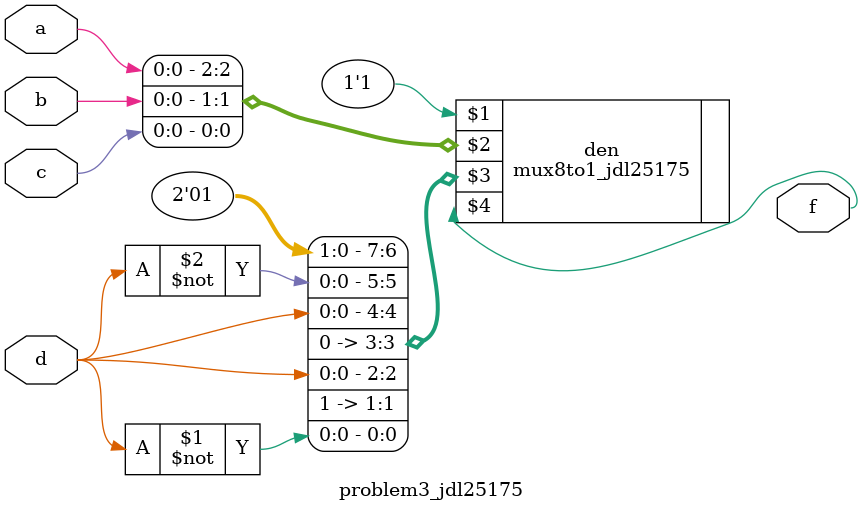
<source format=v>

module problem3_jdl25175(a, b, c, d, f);
    input  a, b, c, d;		// The input variables for the function
    output f;				// The output of the function

    mux8to1_jdl25175 den(1'b1, {a,b,c}, {1'b0, 1'b1, ~d, d, 1'b0, d, 1'b1, ~d}, f);

endmodule

</source>
